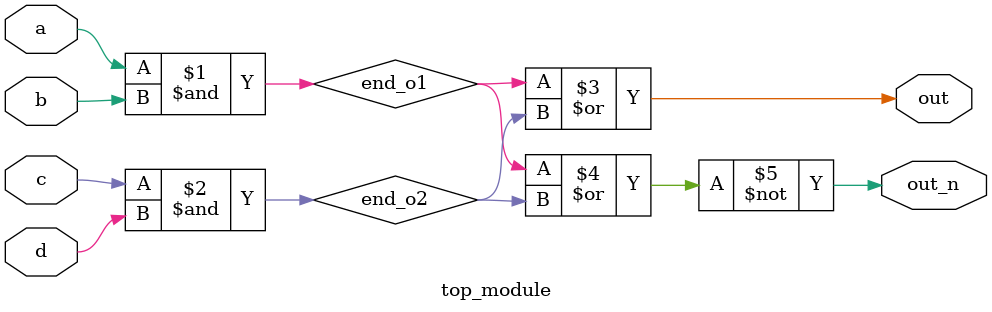
<source format=v>
`default_nettype none
module top_module(
    input wire a,
    input wire b,
    input wire c,
    input wire d,
    output wire out,
    output wire out_n   ); 
    
    wire end_o1, end_o2, or_o;
    
    assign end_o1 = a & b;
    assign end_o2 = c & d;
    assign out = end_o1 | end_o2;
    assign out_n = ~(end_o1 | end_o2);

endmodule
</source>
